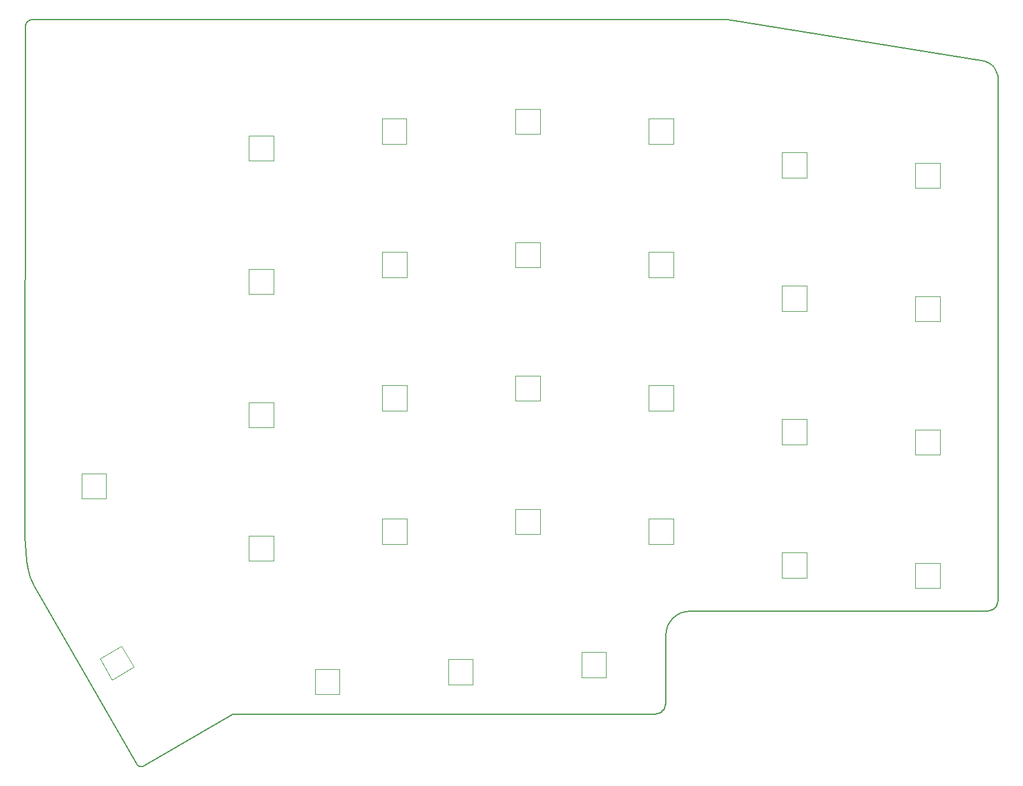
<source format=gm1>
G04 #@! TF.GenerationSoftware,KiCad,Pcbnew,(5.1.6)-1*
G04 #@! TF.CreationDate,2020-12-11T11:33:57+01:00*
G04 #@! TF.ProjectId,Lily58_HS_RGB,4c696c79-3538-45f4-9853-5f5247422e6b,0.9*
G04 #@! TF.SameCoordinates,Original*
G04 #@! TF.FileFunction,Profile,NP*
%FSLAX46Y46*%
G04 Gerber Fmt 4.6, Leading zero omitted, Abs format (unit mm)*
G04 Created by KiCad (PCBNEW (5.1.6)-1) date 2020-12-11 11:33:57*
%MOMM*%
%LPD*%
G01*
G04 APERTURE LIST*
G04 #@! TA.AperFunction,Profile*
%ADD10C,0.200000*%
G04 #@! TD*
G04 #@! TA.AperFunction,Profile*
%ADD11C,0.050000*%
G04 #@! TD*
G04 APERTURE END LIST*
D10*
X80708500Y-111823500D02*
X80772000Y-112649000D01*
X80772000Y-112649000D02*
X80899000Y-114109500D01*
X97594758Y-143271756D02*
X110319820Y-135905240D01*
X218511891Y-42966390D02*
X217795520Y-42621355D01*
X219501720Y-44145200D02*
X219704920Y-44856400D01*
X219133420Y-43510200D02*
X219501720Y-44145200D01*
X175719348Y-121193595D02*
X218180920Y-121193560D01*
X175013524Y-121264638D02*
X175719348Y-121193595D01*
X174356326Y-121468421D02*
X175013524Y-121264638D01*
X173761773Y-121790925D02*
X174356326Y-121468421D01*
X173243884Y-122218131D02*
X173761773Y-121790925D01*
X172816678Y-122736020D02*
X173243884Y-122218131D01*
X172494174Y-123330573D02*
X172816678Y-122736020D01*
X172290391Y-123987771D02*
X172494174Y-123330573D01*
X172194220Y-124696220D02*
X172290391Y-123987771D01*
X217795520Y-42621355D02*
X181000400Y-36690300D01*
X171532040Y-135649242D02*
X171277232Y-135787458D01*
X171753993Y-135466153D02*
X171532040Y-135649242D01*
X171937081Y-135244201D02*
X171753993Y-135466153D01*
X172075297Y-134989392D02*
X171937081Y-135244201D01*
X172162633Y-134707736D02*
X172075297Y-134989392D01*
X172193080Y-134427634D02*
X172162633Y-134707736D01*
X219704920Y-44856400D02*
X219704920Y-119684800D01*
X81163697Y-36869721D02*
X81342063Y-36772970D01*
X81008330Y-36997883D02*
X81163697Y-36869721D01*
X80880169Y-37153249D02*
X81008330Y-36997883D01*
X80783417Y-37331615D02*
X80880169Y-37153249D01*
X80722283Y-37528775D02*
X80783417Y-37331615D01*
X80700300Y-37744400D02*
X80722283Y-37528775D01*
X81539222Y-36711835D02*
X81754400Y-36690300D01*
X81342063Y-36772970D02*
X81539222Y-36711835D01*
X181000400Y-36690300D02*
X81754400Y-36690300D01*
X80645000Y-110617000D02*
X80700300Y-37744400D01*
X81419700Y-116395500D02*
X81978500Y-117665500D01*
X81153000Y-115379500D02*
X81419700Y-116395500D01*
X80645000Y-110617000D02*
X80708500Y-111823500D01*
X97426864Y-143357278D02*
X97594758Y-143271756D01*
X97268206Y-143404468D02*
X97426864Y-143357278D01*
X97119252Y-143413974D02*
X97268206Y-143404468D01*
X96980470Y-143386445D02*
X97119252Y-143413974D01*
X96852328Y-143322532D02*
X96980470Y-143386445D01*
X96735295Y-143222884D02*
X96852328Y-143322532D01*
X96629837Y-143088150D02*
X96735295Y-143222884D01*
X81978500Y-117665500D02*
X96629837Y-143088150D01*
X80899000Y-114109500D02*
X81153000Y-115379500D01*
X110319820Y-135905240D02*
X170693080Y-135905240D01*
X172194220Y-124696220D02*
X172193080Y-134427634D01*
X170995576Y-135874793D02*
X170693080Y-135905240D01*
X171277232Y-135787458D02*
X170995576Y-135874793D01*
X219133420Y-43510200D02*
X218511891Y-42966390D01*
X218500315Y-121165688D02*
X218180920Y-121193560D01*
X218781972Y-121078352D02*
X218500315Y-121165688D01*
X219036780Y-120940136D02*
X218781972Y-121078352D01*
X219258732Y-120757048D02*
X219036780Y-120940136D01*
X219441821Y-120535096D02*
X219258732Y-120757048D01*
X219580037Y-120280287D02*
X219441821Y-120535096D01*
X219667372Y-119998631D02*
X219580037Y-120280287D01*
X219704920Y-119684800D02*
X219667372Y-119998631D01*
D11*
X163700000Y-130680000D02*
X163700000Y-127080000D01*
X160200000Y-130680000D02*
X160200000Y-127080000D01*
X163700000Y-130680000D02*
X160200000Y-130680000D01*
X160200000Y-127080000D02*
X163700000Y-127080000D01*
X144647700Y-131708300D02*
X144647700Y-128108300D01*
X141147700Y-131708300D02*
X141147700Y-128108300D01*
X144647700Y-131708300D02*
X141147700Y-131708300D01*
X141147700Y-128108300D02*
X144647700Y-128108300D01*
X125600000Y-133080000D02*
X125600000Y-129480000D01*
X122100000Y-133080000D02*
X122100000Y-129480000D01*
X125600000Y-133080000D02*
X122100000Y-133080000D01*
X122100000Y-129480000D02*
X125600000Y-129480000D01*
X93087745Y-131003043D02*
X96205437Y-129203043D01*
X91337745Y-127971955D02*
X94455437Y-126171955D01*
X93087745Y-131003043D02*
X91337745Y-127971955D01*
X94455437Y-126171955D02*
X96205437Y-129203043D01*
X88724800Y-101565300D02*
X88724800Y-105165300D01*
X92224800Y-101565300D02*
X92224800Y-105165300D01*
X88724800Y-101565300D02*
X92224800Y-101565300D01*
X92224800Y-105165300D02*
X88724800Y-105165300D01*
X207900000Y-114330000D02*
X207900000Y-117930000D01*
X211400000Y-114330000D02*
X211400000Y-117930000D01*
X207900000Y-114330000D02*
X211400000Y-114330000D01*
X211400000Y-117930000D02*
X207900000Y-117930000D01*
X188850000Y-112830000D02*
X188850000Y-116430000D01*
X192350000Y-112830000D02*
X192350000Y-116430000D01*
X188850000Y-112830000D02*
X192350000Y-112830000D01*
X192350000Y-116430000D02*
X188850000Y-116430000D01*
X169800000Y-108030000D02*
X169800000Y-111630000D01*
X173300000Y-108030000D02*
X173300000Y-111630000D01*
X169800000Y-108030000D02*
X173300000Y-108030000D01*
X173300000Y-111630000D02*
X169800000Y-111630000D01*
X150750000Y-106640000D02*
X150750000Y-110240000D01*
X154250000Y-106640000D02*
X154250000Y-110240000D01*
X150750000Y-106640000D02*
X154250000Y-106640000D01*
X154250000Y-110240000D02*
X150750000Y-110240000D01*
X131700000Y-108030000D02*
X131700000Y-111630000D01*
X135200000Y-108030000D02*
X135200000Y-111630000D01*
X131700000Y-108030000D02*
X135200000Y-108030000D01*
X135200000Y-111630000D02*
X131700000Y-111630000D01*
X112650000Y-110430000D02*
X112650000Y-114030000D01*
X116150000Y-110430000D02*
X116150000Y-114030000D01*
X112650000Y-110430000D02*
X116150000Y-110430000D01*
X116150000Y-114030000D02*
X112650000Y-114030000D01*
X211400000Y-98880000D02*
X211400000Y-95280000D01*
X207900000Y-98880000D02*
X207900000Y-95280000D01*
X211400000Y-98880000D02*
X207900000Y-98880000D01*
X207900000Y-95280000D02*
X211400000Y-95280000D01*
X192350000Y-97380000D02*
X192350000Y-93780000D01*
X188850000Y-97380000D02*
X188850000Y-93780000D01*
X192350000Y-97380000D02*
X188850000Y-97380000D01*
X188850000Y-93780000D02*
X192350000Y-93780000D01*
X173300000Y-92580000D02*
X173300000Y-88980000D01*
X169800000Y-92580000D02*
X169800000Y-88980000D01*
X173300000Y-92580000D02*
X169800000Y-92580000D01*
X169800000Y-88980000D02*
X173300000Y-88980000D01*
X154250000Y-91190000D02*
X154250000Y-87590000D01*
X150750000Y-91190000D02*
X150750000Y-87590000D01*
X154250000Y-91190000D02*
X150750000Y-91190000D01*
X150750000Y-87590000D02*
X154250000Y-87590000D01*
X135200000Y-92580000D02*
X135200000Y-88980000D01*
X131700000Y-92580000D02*
X131700000Y-88980000D01*
X135200000Y-92580000D02*
X131700000Y-92580000D01*
X131700000Y-88980000D02*
X135200000Y-88980000D01*
X116150000Y-94980000D02*
X116150000Y-91380000D01*
X112650000Y-94980000D02*
X112650000Y-91380000D01*
X116150000Y-94980000D02*
X112650000Y-94980000D01*
X112650000Y-91380000D02*
X116150000Y-91380000D01*
X207900000Y-76230000D02*
X207900000Y-79830000D01*
X211400000Y-76230000D02*
X211400000Y-79830000D01*
X207900000Y-76230000D02*
X211400000Y-76230000D01*
X211400000Y-79830000D02*
X207900000Y-79830000D01*
X188850000Y-74730000D02*
X188850000Y-78330000D01*
X192350000Y-74730000D02*
X192350000Y-78330000D01*
X188850000Y-74730000D02*
X192350000Y-74730000D01*
X192350000Y-78330000D02*
X188850000Y-78330000D01*
X169800000Y-69930000D02*
X169800000Y-73530000D01*
X173300000Y-69930000D02*
X173300000Y-73530000D01*
X169800000Y-69930000D02*
X173300000Y-69930000D01*
X173300000Y-73530000D02*
X169800000Y-73530000D01*
X150750000Y-68540000D02*
X150750000Y-72140000D01*
X154250000Y-68540000D02*
X154250000Y-72140000D01*
X150750000Y-68540000D02*
X154250000Y-68540000D01*
X154250000Y-72140000D02*
X150750000Y-72140000D01*
X131700000Y-69930000D02*
X131700000Y-73530000D01*
X135200000Y-69930000D02*
X135200000Y-73530000D01*
X131700000Y-69930000D02*
X135200000Y-69930000D01*
X135200000Y-73530000D02*
X131700000Y-73530000D01*
X112650000Y-72330000D02*
X112650000Y-75930000D01*
X116150000Y-72330000D02*
X116150000Y-75930000D01*
X112650000Y-72330000D02*
X116150000Y-72330000D01*
X116150000Y-75930000D02*
X112650000Y-75930000D01*
X211400000Y-60780000D02*
X211400000Y-57180000D01*
X207900000Y-60780000D02*
X207900000Y-57180000D01*
X211400000Y-60780000D02*
X207900000Y-60780000D01*
X207900000Y-57180000D02*
X211400000Y-57180000D01*
X192350000Y-59280000D02*
X192350000Y-55680000D01*
X188850000Y-59280000D02*
X188850000Y-55680000D01*
X192350000Y-59280000D02*
X188850000Y-59280000D01*
X188850000Y-55680000D02*
X192350000Y-55680000D01*
X173300000Y-54480000D02*
X173300000Y-50880000D01*
X169800000Y-54480000D02*
X169800000Y-50880000D01*
X173300000Y-54480000D02*
X169800000Y-54480000D01*
X169800000Y-50880000D02*
X173300000Y-50880000D01*
X154250000Y-53090000D02*
X154250000Y-49490000D01*
X150750000Y-53090000D02*
X150750000Y-49490000D01*
X154250000Y-53090000D02*
X150750000Y-53090000D01*
X150750000Y-49490000D02*
X154250000Y-49490000D01*
X135150000Y-54480000D02*
X135150000Y-50880000D01*
X131650000Y-54480000D02*
X131650000Y-50880000D01*
X135150000Y-54480000D02*
X131650000Y-54480000D01*
X131650000Y-50880000D02*
X135150000Y-50880000D01*
X116150000Y-56880000D02*
X116150000Y-53280000D01*
X112650000Y-56880000D02*
X112650000Y-53280000D01*
X116150000Y-56880000D02*
X112650000Y-56880000D01*
X112650000Y-53280000D02*
X116150000Y-53280000D01*
M02*

</source>
